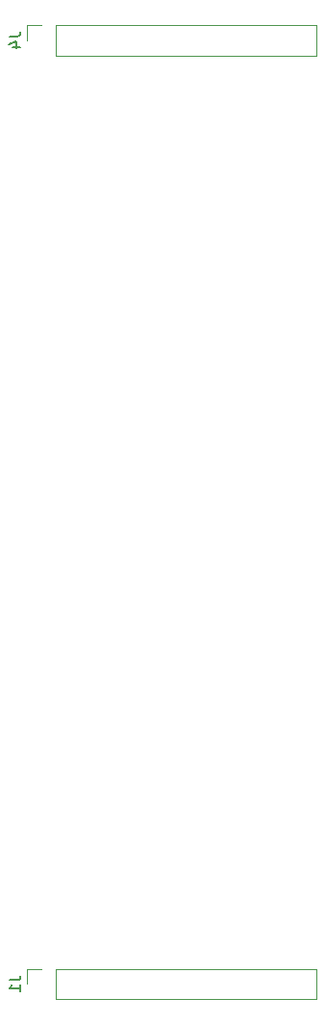
<source format=gbr>
G04 #@! TF.GenerationSoftware,KiCad,Pcbnew,5.0.2+dfsg1-1~bpo9+1*
G04 #@! TF.CreationDate,2019-04-25T12:37:05-07:00*
G04 #@! TF.ProjectId,HW,48572e6b-6963-4616-945f-706362585858,rev?*
G04 #@! TF.SameCoordinates,Original*
G04 #@! TF.FileFunction,Legend,Bot*
G04 #@! TF.FilePolarity,Positive*
%FSLAX46Y46*%
G04 Gerber Fmt 4.6, Leading zero omitted, Abs format (unit mm)*
G04 Created by KiCad (PCBNEW 5.0.2+dfsg1-1~bpo9+1) date Thu 25 Apr 2019 12:37:05 PM PDT*
%MOMM*%
%LPD*%
G01*
G04 APERTURE LIST*
%ADD10C,0.120000*%
%ADD11C,0.150000*%
G04 APERTURE END LIST*
D10*
G04 #@! TO.C,J4*
X113670000Y-62170000D02*
X113670000Y-63500000D01*
X115000000Y-62170000D02*
X113670000Y-62170000D01*
X116270000Y-62170000D02*
X116270000Y-64830000D01*
X116270000Y-64830000D02*
X139190000Y-64830000D01*
X116270000Y-62170000D02*
X139190000Y-62170000D01*
X139190000Y-62170000D02*
X139190000Y-64830000D01*
G04 #@! TO.C,J1*
X113670000Y-145170000D02*
X113670000Y-146500000D01*
X115000000Y-145170000D02*
X113670000Y-145170000D01*
X116270000Y-145170000D02*
X116270000Y-147830000D01*
X116270000Y-147830000D02*
X139190000Y-147830000D01*
X116270000Y-145170000D02*
X139190000Y-145170000D01*
X139190000Y-145170000D02*
X139190000Y-147830000D01*
G04 #@! TO.C,J4*
D11*
X112122380Y-63166666D02*
X112836666Y-63166666D01*
X112979523Y-63119047D01*
X113074761Y-63023809D01*
X113122380Y-62880952D01*
X113122380Y-62785714D01*
X112455714Y-64071428D02*
X113122380Y-64071428D01*
X112074761Y-63833333D02*
X112789047Y-63595238D01*
X112789047Y-64214285D01*
G04 #@! TO.C,J1*
X112122380Y-146166666D02*
X112836666Y-146166666D01*
X112979523Y-146119047D01*
X113074761Y-146023809D01*
X113122380Y-145880952D01*
X113122380Y-145785714D01*
X113122380Y-147166666D02*
X113122380Y-146595238D01*
X113122380Y-146880952D02*
X112122380Y-146880952D01*
X112265238Y-146785714D01*
X112360476Y-146690476D01*
X112408095Y-146595238D01*
G04 #@! TD*
M02*

</source>
